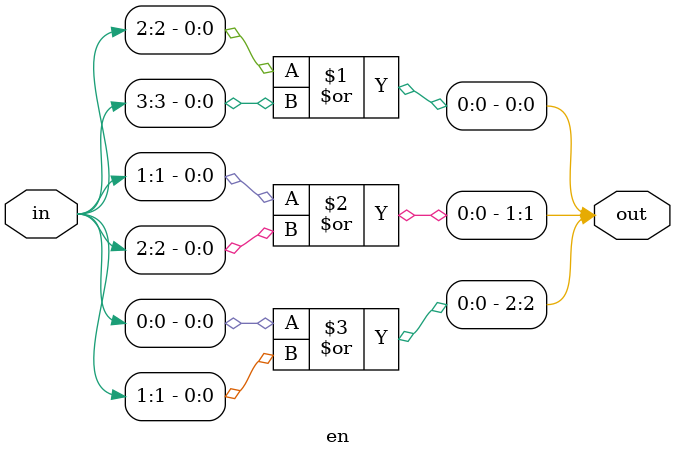
<source format=v>
module en(input wire [7:0] in,output [2:0] out);
assign out[0]= in [2] | in [3];
assign out[1]= in [1] | in [2];
assign out[2]= in [0] | in [1];
endmodule

</source>
